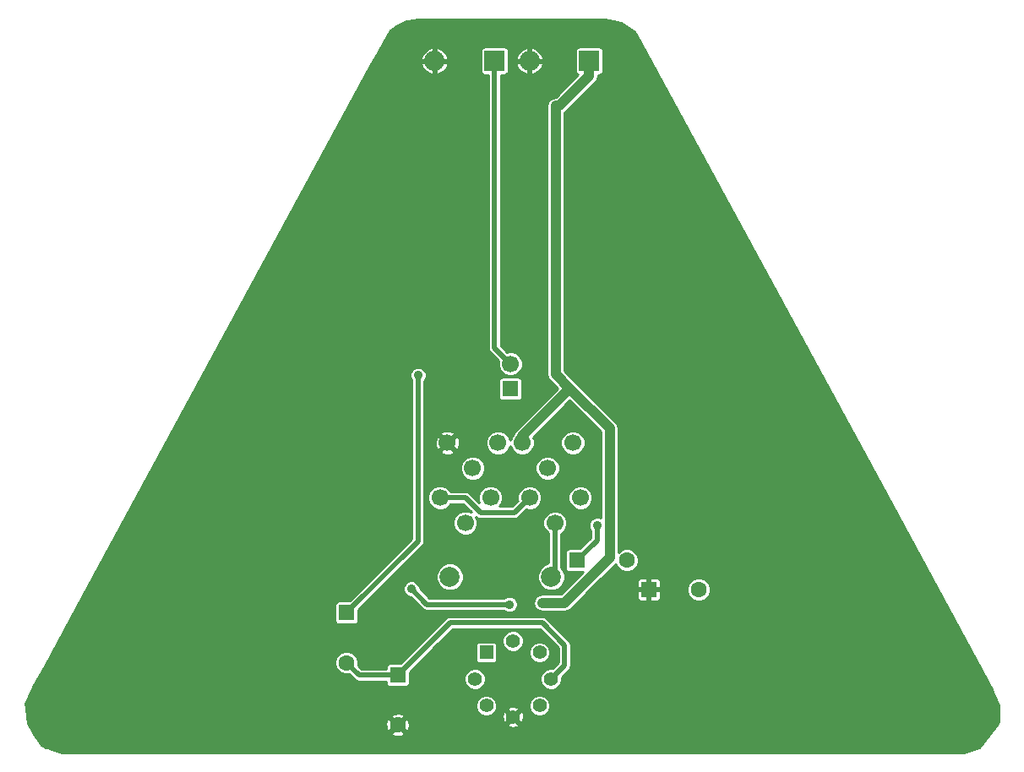
<source format=gbl>
G04 #@! TF.FileFunction,Copper,L2,Bot,Signal*
%FSLAX46Y46*%
G04 Gerber Fmt 4.6, Leading zero omitted, Abs format (unit mm)*
G04 Created by KiCad (PCBNEW (2015-11-24 BZR 6329)-product) date Sat 12 Dec 2015 04:54:08 PM EST*
%MOMM*%
G01*
G04 APERTURE LIST*
%ADD10C,0.100000*%
%ADD11R,2.032000X2.032000*%
%ADD12O,2.032000X2.032000*%
%ADD13R,1.600000X1.600000*%
%ADD14C,1.600000*%
%ADD15C,1.700000*%
%ADD16C,1.998980*%
%ADD17R,1.397000X1.397000*%
%ADD18C,1.397000*%
%ADD19C,0.889000*%
%ADD20C,0.500000*%
%ADD21C,1.000000*%
%ADD22C,0.254000*%
G04 APERTURE END LIST*
D10*
D11*
X113500000Y-48000000D03*
D12*
X107500000Y-48000000D03*
D11*
X123000000Y-48000000D03*
D12*
X117000000Y-48000000D03*
D13*
X128970000Y-100980000D03*
D14*
X133970000Y-100980000D03*
D13*
X121760000Y-98070000D03*
D14*
X126760000Y-98070000D03*
D13*
X103790000Y-109570000D03*
D14*
X103790000Y-114570000D03*
D13*
X98680000Y-103320000D03*
D14*
X98680000Y-108320000D03*
D13*
X115090000Y-80870000D03*
D15*
X115090000Y-78370000D03*
D16*
X119182500Y-99707500D03*
X109022500Y-99707500D03*
D17*
X112685500Y-107290500D03*
D18*
X111542500Y-109957500D03*
X112685500Y-112624500D03*
X115352500Y-113767500D03*
X118019500Y-112624500D03*
X119162500Y-109957500D03*
X118019500Y-107290500D03*
X115352500Y-106147500D03*
D15*
X119562500Y-94322500D03*
X117022500Y-91782500D03*
X122102500Y-91782500D03*
X110562500Y-94322500D03*
X108022500Y-91782500D03*
X113102500Y-91782500D03*
X118812500Y-88822500D03*
X116272500Y-86282500D03*
X121352500Y-86282500D03*
X111312500Y-88822500D03*
X108772500Y-86282500D03*
X113852500Y-86282500D03*
D19*
X123770000Y-94550000D03*
X105840000Y-79520000D03*
X121040000Y-80820000D03*
X118290000Y-102320000D03*
X115000000Y-102480000D03*
X105170000Y-100920000D03*
D20*
X123770000Y-96060000D02*
X121760000Y-98070000D01*
X123770000Y-94550000D02*
X123770000Y-96060000D01*
X98680000Y-108320000D02*
X99930000Y-109570000D01*
X99930000Y-109570000D02*
X103790000Y-109570000D01*
X119182500Y-99707500D02*
X119562500Y-99327500D01*
X119562500Y-99327500D02*
X119562500Y-94322500D01*
X103790000Y-109570000D02*
X109040000Y-104320000D01*
X120540000Y-108580000D02*
X119162500Y-109957500D01*
X120540000Y-106570000D02*
X120540000Y-108580000D01*
X118290000Y-104320000D02*
X120540000Y-106570000D01*
X109040000Y-104320000D02*
X118290000Y-104320000D01*
X105840000Y-96160000D02*
X98680000Y-103320000D01*
X105840000Y-79520000D02*
X105840000Y-96160000D01*
X110602500Y-91782500D02*
X112102500Y-93282500D01*
X112102500Y-93282500D02*
X115522500Y-93282500D01*
X115522500Y-93282500D02*
X117022500Y-91782500D01*
X108022500Y-91782500D02*
X110602500Y-91782500D01*
X113490000Y-48010000D02*
X113490000Y-52500000D01*
X113490000Y-76770000D02*
X113490000Y-52500000D01*
X113490000Y-76770000D02*
X115090000Y-78370000D01*
X113490000Y-48010000D02*
X113500000Y-48000000D01*
D21*
X119630000Y-52500000D02*
X120000000Y-52500000D01*
X119630000Y-79410000D02*
X119630000Y-52500000D01*
X121040000Y-80820000D02*
X119630000Y-79410000D01*
X123000000Y-49500000D02*
X123000000Y-48000000D01*
X120000000Y-52500000D02*
X123000000Y-49500000D01*
X125040000Y-84820000D02*
X121040000Y-80820000D01*
X125040000Y-97820000D02*
X125040000Y-84820000D01*
X120540000Y-102320000D02*
X125040000Y-97820000D01*
X118290000Y-102320000D02*
X120540000Y-102320000D01*
X121040000Y-80820000D02*
X116272500Y-85587500D01*
D20*
X116272500Y-85587500D02*
X116272500Y-86282500D01*
X106730000Y-102480000D02*
X115000000Y-102480000D01*
X105170000Y-100920000D02*
X106730000Y-102480000D01*
D22*
G36*
X124595916Y-43847718D02*
X126195641Y-44165924D01*
X127484591Y-45027173D01*
X127611663Y-45208651D01*
X152191990Y-90356189D01*
X163373904Y-111024107D01*
X163382665Y-111066991D01*
X164024512Y-112594187D01*
X164031981Y-114040252D01*
X164009215Y-114222374D01*
X163892285Y-114508845D01*
X162034260Y-116831377D01*
X160589390Y-117313000D01*
X70130610Y-117313000D01*
X68650161Y-116819517D01*
X68600122Y-116813385D01*
X68551640Y-116827203D01*
X68523773Y-116849612D01*
X68055886Y-116602966D01*
X67357353Y-115438744D01*
X103100861Y-115438744D01*
X103188918Y-115613383D01*
X103633959Y-115763984D01*
X104102755Y-115732812D01*
X104391082Y-115613383D01*
X104479139Y-115438744D01*
X103790000Y-114749605D01*
X103100861Y-115438744D01*
X67357353Y-115438744D01*
X66742482Y-114413959D01*
X102596016Y-114413959D01*
X102627188Y-114882755D01*
X102746617Y-115171082D01*
X102921256Y-115259139D01*
X103610395Y-114570000D01*
X103969605Y-114570000D01*
X104658744Y-115259139D01*
X104833383Y-115171082D01*
X104983984Y-114726041D01*
X104973112Y-114562533D01*
X114737072Y-114562533D01*
X114812621Y-114726645D01*
X115220766Y-114860237D01*
X115648966Y-114827470D01*
X115892379Y-114726645D01*
X115967928Y-114562533D01*
X115352500Y-113947105D01*
X114737072Y-114562533D01*
X104973112Y-114562533D01*
X104952812Y-114257245D01*
X104833383Y-113968918D01*
X104658744Y-113880861D01*
X103969605Y-114570000D01*
X103610395Y-114570000D01*
X102921256Y-113880861D01*
X102746617Y-113968918D01*
X102596016Y-114413959D01*
X66742482Y-114413959D01*
X66733162Y-114398426D01*
X66655699Y-113701256D01*
X103100861Y-113701256D01*
X103790000Y-114390395D01*
X104479139Y-113701256D01*
X104391082Y-113526617D01*
X103946041Y-113376016D01*
X103477245Y-113407188D01*
X103188918Y-113526617D01*
X103100861Y-113701256D01*
X66655699Y-113701256D01*
X66559813Y-112838284D01*
X111605813Y-112838284D01*
X111769811Y-113235189D01*
X112073214Y-113539122D01*
X112469832Y-113703813D01*
X112899284Y-113704187D01*
X113064875Y-113635766D01*
X114259763Y-113635766D01*
X114292530Y-114063966D01*
X114393355Y-114307379D01*
X114557467Y-114382928D01*
X115172895Y-113767500D01*
X115532105Y-113767500D01*
X116147533Y-114382928D01*
X116311645Y-114307379D01*
X116445237Y-113899234D01*
X116412470Y-113471034D01*
X116311645Y-113227621D01*
X116147533Y-113152072D01*
X115532105Y-113767500D01*
X115172895Y-113767500D01*
X114557467Y-113152072D01*
X114393355Y-113227621D01*
X114259763Y-113635766D01*
X113064875Y-113635766D01*
X113296189Y-113540189D01*
X113600122Y-113236786D01*
X113709877Y-112972467D01*
X114737072Y-112972467D01*
X115352500Y-113587895D01*
X115967928Y-112972467D01*
X115906157Y-112838284D01*
X116939813Y-112838284D01*
X117103811Y-113235189D01*
X117407214Y-113539122D01*
X117803832Y-113703813D01*
X118233284Y-113704187D01*
X118630189Y-113540189D01*
X118934122Y-113236786D01*
X119098813Y-112840168D01*
X119099187Y-112410716D01*
X118935189Y-112013811D01*
X118631786Y-111709878D01*
X118235168Y-111545187D01*
X117805716Y-111544813D01*
X117408811Y-111708811D01*
X117104878Y-112012214D01*
X116940187Y-112408832D01*
X116939813Y-112838284D01*
X115906157Y-112838284D01*
X115892379Y-112808355D01*
X115484234Y-112674763D01*
X115056034Y-112707530D01*
X114812621Y-112808355D01*
X114737072Y-112972467D01*
X113709877Y-112972467D01*
X113764813Y-112840168D01*
X113765187Y-112410716D01*
X113601189Y-112013811D01*
X113297786Y-111709878D01*
X112901168Y-111545187D01*
X112471716Y-111544813D01*
X112074811Y-111708811D01*
X111770878Y-112012214D01*
X111606187Y-112408832D01*
X111605813Y-112838284D01*
X66559813Y-112838284D01*
X66518591Y-112467294D01*
X66541628Y-112218775D01*
X66897038Y-111466762D01*
X67049993Y-111184947D01*
X67054192Y-111179877D01*
X67373328Y-110589213D01*
X68478003Y-108553885D01*
X97498796Y-108553885D01*
X97678213Y-108988109D01*
X98010144Y-109320619D01*
X98444054Y-109500794D01*
X98913885Y-109501204D01*
X98952769Y-109485137D01*
X99483816Y-110016184D01*
X99688527Y-110152968D01*
X99930000Y-110201000D01*
X102601536Y-110201000D01*
X102601536Y-110370000D01*
X102628103Y-110511190D01*
X102711546Y-110640865D01*
X102838866Y-110727859D01*
X102990000Y-110758464D01*
X104590000Y-110758464D01*
X104731190Y-110731897D01*
X104860865Y-110648454D01*
X104947859Y-110521134D01*
X104978464Y-110370000D01*
X104978464Y-110171284D01*
X110462813Y-110171284D01*
X110626811Y-110568189D01*
X110930214Y-110872122D01*
X111326832Y-111036813D01*
X111756284Y-111037187D01*
X112153189Y-110873189D01*
X112457122Y-110569786D01*
X112621813Y-110173168D01*
X112622187Y-109743716D01*
X112458189Y-109346811D01*
X112154786Y-109042878D01*
X111758168Y-108878187D01*
X111328716Y-108877813D01*
X110931811Y-109041811D01*
X110627878Y-109345214D01*
X110463187Y-109741832D01*
X110462813Y-110171284D01*
X104978464Y-110171284D01*
X104978464Y-109273904D01*
X107660368Y-106592000D01*
X111598536Y-106592000D01*
X111598536Y-107989000D01*
X111625103Y-108130190D01*
X111708546Y-108259865D01*
X111835866Y-108346859D01*
X111987000Y-108377464D01*
X113384000Y-108377464D01*
X113525190Y-108350897D01*
X113654865Y-108267454D01*
X113741859Y-108140134D01*
X113772464Y-107989000D01*
X113772464Y-107504284D01*
X116939813Y-107504284D01*
X117103811Y-107901189D01*
X117407214Y-108205122D01*
X117803832Y-108369813D01*
X118233284Y-108370187D01*
X118630189Y-108206189D01*
X118934122Y-107902786D01*
X119098813Y-107506168D01*
X119099187Y-107076716D01*
X118935189Y-106679811D01*
X118631786Y-106375878D01*
X118235168Y-106211187D01*
X117805716Y-106210813D01*
X117408811Y-106374811D01*
X117104878Y-106678214D01*
X116940187Y-107074832D01*
X116939813Y-107504284D01*
X113772464Y-107504284D01*
X113772464Y-106592000D01*
X113745897Y-106450810D01*
X113688289Y-106361284D01*
X114272813Y-106361284D01*
X114436811Y-106758189D01*
X114740214Y-107062122D01*
X115136832Y-107226813D01*
X115566284Y-107227187D01*
X115963189Y-107063189D01*
X116267122Y-106759786D01*
X116431813Y-106363168D01*
X116432187Y-105933716D01*
X116268189Y-105536811D01*
X115964786Y-105232878D01*
X115568168Y-105068187D01*
X115138716Y-105067813D01*
X114741811Y-105231811D01*
X114437878Y-105535214D01*
X114273187Y-105931832D01*
X114272813Y-106361284D01*
X113688289Y-106361284D01*
X113662454Y-106321135D01*
X113535134Y-106234141D01*
X113384000Y-106203536D01*
X111987000Y-106203536D01*
X111845810Y-106230103D01*
X111716135Y-106313546D01*
X111629141Y-106440866D01*
X111598536Y-106592000D01*
X107660368Y-106592000D01*
X109301369Y-104951000D01*
X118028632Y-104951000D01*
X119909000Y-106831369D01*
X119909000Y-108318631D01*
X119349470Y-108878162D01*
X118948716Y-108877813D01*
X118551811Y-109041811D01*
X118247878Y-109345214D01*
X118083187Y-109741832D01*
X118082813Y-110171284D01*
X118246811Y-110568189D01*
X118550214Y-110872122D01*
X118946832Y-111036813D01*
X119376284Y-111037187D01*
X119773189Y-110873189D01*
X120077122Y-110569786D01*
X120241813Y-110173168D01*
X120242164Y-109770205D01*
X120986184Y-109026185D01*
X121122968Y-108821474D01*
X121133966Y-108766184D01*
X121171000Y-108580000D01*
X121171000Y-106570000D01*
X121122968Y-106328527D01*
X121112958Y-106313546D01*
X120986185Y-106123816D01*
X118736184Y-103873816D01*
X118531473Y-103737032D01*
X118290000Y-103689000D01*
X109040000Y-103689000D01*
X108838589Y-103729063D01*
X108798526Y-103737032D01*
X108593815Y-103873816D01*
X104086096Y-108381536D01*
X102990000Y-108381536D01*
X102848810Y-108408103D01*
X102719135Y-108491546D01*
X102632141Y-108618866D01*
X102601536Y-108770000D01*
X102601536Y-108939000D01*
X100191368Y-108939000D01*
X99845396Y-108593028D01*
X99860794Y-108555946D01*
X99861204Y-108086115D01*
X99681787Y-107651891D01*
X99349856Y-107319381D01*
X98915946Y-107139206D01*
X98446115Y-107138796D01*
X98011891Y-107318213D01*
X97679381Y-107650144D01*
X97499206Y-108084054D01*
X97498796Y-108553885D01*
X68478003Y-108553885D01*
X71752900Y-102520000D01*
X97491536Y-102520000D01*
X97491536Y-104120000D01*
X97518103Y-104261190D01*
X97601546Y-104390865D01*
X97728866Y-104477859D01*
X97880000Y-104508464D01*
X99480000Y-104508464D01*
X99621190Y-104481897D01*
X99750865Y-104398454D01*
X99837859Y-104271134D01*
X99868464Y-104120000D01*
X99868464Y-103023904D01*
X101808886Y-101083482D01*
X104344357Y-101083482D01*
X104469767Y-101386998D01*
X104701781Y-101619417D01*
X105005077Y-101745357D01*
X105103074Y-101745442D01*
X106283816Y-102926184D01*
X106488526Y-103062968D01*
X106528589Y-103070937D01*
X106730000Y-103111000D01*
X114463483Y-103111000D01*
X114531781Y-103179417D01*
X114835077Y-103305357D01*
X115163482Y-103305643D01*
X115466998Y-103180233D01*
X115699417Y-102948219D01*
X115825357Y-102644923D01*
X115825643Y-102316518D01*
X115700233Y-102013002D01*
X115468219Y-101780583D01*
X115164923Y-101654643D01*
X114836518Y-101654357D01*
X114533002Y-101779767D01*
X114463648Y-101849000D01*
X106991368Y-101849000D01*
X105995559Y-100853191D01*
X105995643Y-100756518D01*
X105870233Y-100453002D01*
X105638219Y-100220583D01*
X105334923Y-100094643D01*
X105006518Y-100094357D01*
X104703002Y-100219767D01*
X104470583Y-100451781D01*
X104344643Y-100755077D01*
X104344357Y-101083482D01*
X101808886Y-101083482D01*
X102911476Y-99980892D01*
X107641771Y-99980892D01*
X107851495Y-100488463D01*
X108239494Y-100877140D01*
X108746699Y-101087749D01*
X109295892Y-101088229D01*
X109803463Y-100878505D01*
X110192140Y-100490506D01*
X110402749Y-99983301D01*
X110402751Y-99980892D01*
X117801771Y-99980892D01*
X118011495Y-100488463D01*
X118399494Y-100877140D01*
X118906699Y-101087749D01*
X119455892Y-101088229D01*
X119963463Y-100878505D01*
X120352140Y-100490506D01*
X120562749Y-99983301D01*
X120563229Y-99434108D01*
X120353505Y-98926537D01*
X120193500Y-98766252D01*
X120193500Y-95393721D01*
X120258895Y-95366700D01*
X120605483Y-95020716D01*
X120793286Y-94568435D01*
X120793713Y-94078713D01*
X120606700Y-93626105D01*
X120260716Y-93279517D01*
X119808435Y-93091714D01*
X119318713Y-93091287D01*
X118866105Y-93278300D01*
X118519517Y-93624284D01*
X118331714Y-94076565D01*
X118331287Y-94566287D01*
X118518300Y-95018895D01*
X118864284Y-95365483D01*
X118931500Y-95393393D01*
X118931500Y-98326791D01*
X118909108Y-98326771D01*
X118401537Y-98536495D01*
X118012860Y-98924494D01*
X117802251Y-99431699D01*
X117801771Y-99980892D01*
X110402751Y-99980892D01*
X110403229Y-99434108D01*
X110193505Y-98926537D01*
X109805506Y-98537860D01*
X109298301Y-98327251D01*
X108749108Y-98326771D01*
X108241537Y-98536495D01*
X107852860Y-98924494D01*
X107642251Y-99431699D01*
X107641771Y-99980892D01*
X102911476Y-99980892D01*
X106286184Y-96606184D01*
X106422968Y-96401474D01*
X106442859Y-96301473D01*
X106471000Y-96160000D01*
X106471000Y-92026287D01*
X106791287Y-92026287D01*
X106978300Y-92478895D01*
X107324284Y-92825483D01*
X107776565Y-93013286D01*
X108266287Y-93013713D01*
X108718895Y-92826700D01*
X109065483Y-92480716D01*
X109093393Y-92413500D01*
X110341132Y-92413500D01*
X111169110Y-93241479D01*
X110808435Y-93091714D01*
X110318713Y-93091287D01*
X109866105Y-93278300D01*
X109519517Y-93624284D01*
X109331714Y-94076565D01*
X109331287Y-94566287D01*
X109518300Y-95018895D01*
X109864284Y-95365483D01*
X110316565Y-95553286D01*
X110806287Y-95553713D01*
X111258895Y-95366700D01*
X111605483Y-95020716D01*
X111793286Y-94568435D01*
X111793713Y-94078713D01*
X111643993Y-93716362D01*
X111656315Y-93728684D01*
X111861026Y-93865468D01*
X111901089Y-93873437D01*
X112102500Y-93913500D01*
X115522500Y-93913500D01*
X115763973Y-93865468D01*
X115968684Y-93728684D01*
X116711217Y-92986151D01*
X116776565Y-93013286D01*
X117266287Y-93013713D01*
X117718895Y-92826700D01*
X118065483Y-92480716D01*
X118253286Y-92028435D01*
X118253287Y-92026287D01*
X120871287Y-92026287D01*
X121058300Y-92478895D01*
X121404284Y-92825483D01*
X121856565Y-93013286D01*
X122346287Y-93013713D01*
X122798895Y-92826700D01*
X123145483Y-92480716D01*
X123333286Y-92028435D01*
X123333713Y-91538713D01*
X123146700Y-91086105D01*
X122800716Y-90739517D01*
X122348435Y-90551714D01*
X121858713Y-90551287D01*
X121406105Y-90738300D01*
X121059517Y-91084284D01*
X120871714Y-91536565D01*
X120871287Y-92026287D01*
X118253287Y-92026287D01*
X118253713Y-91538713D01*
X118066700Y-91086105D01*
X117720716Y-90739517D01*
X117268435Y-90551714D01*
X116778713Y-90551287D01*
X116326105Y-90738300D01*
X115979517Y-91084284D01*
X115791714Y-91536565D01*
X115791287Y-92026287D01*
X115819080Y-92093552D01*
X115261132Y-92651500D01*
X113974401Y-92651500D01*
X114145483Y-92480716D01*
X114333286Y-92028435D01*
X114333713Y-91538713D01*
X114146700Y-91086105D01*
X113800716Y-90739517D01*
X113348435Y-90551714D01*
X112858713Y-90551287D01*
X112406105Y-90738300D01*
X112059517Y-91084284D01*
X111871714Y-91536565D01*
X111871287Y-92026287D01*
X111964677Y-92252308D01*
X111048684Y-91336316D01*
X110843973Y-91199532D01*
X110602500Y-91151500D01*
X109093721Y-91151500D01*
X109066700Y-91086105D01*
X108720716Y-90739517D01*
X108268435Y-90551714D01*
X107778713Y-90551287D01*
X107326105Y-90738300D01*
X106979517Y-91084284D01*
X106791714Y-91536565D01*
X106791287Y-92026287D01*
X106471000Y-92026287D01*
X106471000Y-89066287D01*
X110081287Y-89066287D01*
X110268300Y-89518895D01*
X110614284Y-89865483D01*
X111066565Y-90053286D01*
X111556287Y-90053713D01*
X112008895Y-89866700D01*
X112355483Y-89520716D01*
X112543286Y-89068435D01*
X112543287Y-89066287D01*
X117581287Y-89066287D01*
X117768300Y-89518895D01*
X118114284Y-89865483D01*
X118566565Y-90053286D01*
X119056287Y-90053713D01*
X119508895Y-89866700D01*
X119855483Y-89520716D01*
X120043286Y-89068435D01*
X120043713Y-88578713D01*
X119856700Y-88126105D01*
X119510716Y-87779517D01*
X119058435Y-87591714D01*
X118568713Y-87591287D01*
X118116105Y-87778300D01*
X117769517Y-88124284D01*
X117581714Y-88576565D01*
X117581287Y-89066287D01*
X112543287Y-89066287D01*
X112543713Y-88578713D01*
X112356700Y-88126105D01*
X112010716Y-87779517D01*
X111558435Y-87591714D01*
X111068713Y-87591287D01*
X110616105Y-87778300D01*
X110269517Y-88124284D01*
X110081714Y-88576565D01*
X110081287Y-89066287D01*
X106471000Y-89066287D01*
X106471000Y-87187521D01*
X108047084Y-87187521D01*
X108141292Y-87367348D01*
X108604493Y-87526322D01*
X109093272Y-87495935D01*
X109403708Y-87367348D01*
X109497916Y-87187521D01*
X108772500Y-86462105D01*
X108047084Y-87187521D01*
X106471000Y-87187521D01*
X106471000Y-86114493D01*
X107528678Y-86114493D01*
X107559065Y-86603272D01*
X107687652Y-86913708D01*
X107867479Y-87007916D01*
X108592895Y-86282500D01*
X108952105Y-86282500D01*
X109677521Y-87007916D01*
X109857348Y-86913708D01*
X109990313Y-86526287D01*
X112621287Y-86526287D01*
X112808300Y-86978895D01*
X113154284Y-87325483D01*
X113606565Y-87513286D01*
X114096287Y-87513713D01*
X114548895Y-87326700D01*
X114895483Y-86980716D01*
X115062680Y-86578061D01*
X115228300Y-86978895D01*
X115574284Y-87325483D01*
X116026565Y-87513286D01*
X116516287Y-87513713D01*
X116968895Y-87326700D01*
X117315483Y-86980716D01*
X117503286Y-86528435D01*
X117503287Y-86526287D01*
X120121287Y-86526287D01*
X120308300Y-86978895D01*
X120654284Y-87325483D01*
X121106565Y-87513286D01*
X121596287Y-87513713D01*
X122048895Y-87326700D01*
X122395483Y-86980716D01*
X122583286Y-86528435D01*
X122583713Y-86038713D01*
X122396700Y-85586105D01*
X122050716Y-85239517D01*
X121598435Y-85051714D01*
X121108713Y-85051287D01*
X120656105Y-85238300D01*
X120309517Y-85584284D01*
X120121714Y-86036565D01*
X120121287Y-86526287D01*
X117503287Y-86526287D01*
X117503713Y-86038713D01*
X117376088Y-85729834D01*
X121040000Y-82065922D01*
X124159000Y-85184922D01*
X124159000Y-93817688D01*
X123934923Y-93724643D01*
X123606518Y-93724357D01*
X123303002Y-93849767D01*
X123070583Y-94081781D01*
X122944643Y-94385077D01*
X122944357Y-94713482D01*
X123069767Y-95016998D01*
X123139000Y-95086352D01*
X123139000Y-95798631D01*
X122056096Y-96881536D01*
X120960000Y-96881536D01*
X120818810Y-96908103D01*
X120689135Y-96991546D01*
X120602141Y-97118866D01*
X120571536Y-97270000D01*
X120571536Y-98870000D01*
X120598103Y-99011190D01*
X120681546Y-99140865D01*
X120808866Y-99227859D01*
X120960000Y-99258464D01*
X122355614Y-99258464D01*
X120175078Y-101439000D01*
X118290000Y-101439000D01*
X117952856Y-101506062D01*
X117667039Y-101697039D01*
X117476062Y-101982856D01*
X117409000Y-102320000D01*
X117476062Y-102657144D01*
X117667039Y-102942961D01*
X117952856Y-103133938D01*
X118290000Y-103201000D01*
X120540000Y-103201000D01*
X120877144Y-103133938D01*
X121162961Y-102942961D01*
X122903672Y-101202250D01*
X127789000Y-101202250D01*
X127789000Y-101855785D01*
X127847004Y-101995819D01*
X127954180Y-102102996D01*
X128094214Y-102161000D01*
X128747750Y-102161000D01*
X128843000Y-102065750D01*
X128843000Y-101107000D01*
X129097000Y-101107000D01*
X129097000Y-102065750D01*
X129192250Y-102161000D01*
X129845786Y-102161000D01*
X129985820Y-102102996D01*
X130092996Y-101995819D01*
X130151000Y-101855785D01*
X130151000Y-101213885D01*
X132788796Y-101213885D01*
X132968213Y-101648109D01*
X133300144Y-101980619D01*
X133734054Y-102160794D01*
X134203885Y-102161204D01*
X134638109Y-101981787D01*
X134970619Y-101649856D01*
X135150794Y-101215946D01*
X135151204Y-100746115D01*
X134971787Y-100311891D01*
X134639856Y-99979381D01*
X134205946Y-99799206D01*
X133736115Y-99798796D01*
X133301891Y-99978213D01*
X132969381Y-100310144D01*
X132789206Y-100744054D01*
X132788796Y-101213885D01*
X130151000Y-101213885D01*
X130151000Y-101202250D01*
X130055750Y-101107000D01*
X129097000Y-101107000D01*
X128843000Y-101107000D01*
X127884250Y-101107000D01*
X127789000Y-101202250D01*
X122903672Y-101202250D01*
X124001707Y-100104215D01*
X127789000Y-100104215D01*
X127789000Y-100757750D01*
X127884250Y-100853000D01*
X128843000Y-100853000D01*
X128843000Y-99894250D01*
X129097000Y-99894250D01*
X129097000Y-100853000D01*
X130055750Y-100853000D01*
X130151000Y-100757750D01*
X130151000Y-100104215D01*
X130092996Y-99964181D01*
X129985820Y-99857004D01*
X129845786Y-99799000D01*
X129192250Y-99799000D01*
X129097000Y-99894250D01*
X128843000Y-99894250D01*
X128747750Y-99799000D01*
X128094214Y-99799000D01*
X127954180Y-99857004D01*
X127847004Y-99964181D01*
X127789000Y-100104215D01*
X124001707Y-100104215D01*
X125644067Y-98461855D01*
X125758213Y-98738109D01*
X126090144Y-99070619D01*
X126524054Y-99250794D01*
X126993885Y-99251204D01*
X127428109Y-99071787D01*
X127760619Y-98739856D01*
X127940794Y-98305946D01*
X127941204Y-97836115D01*
X127761787Y-97401891D01*
X127429856Y-97069381D01*
X126995946Y-96889206D01*
X126526115Y-96888796D01*
X126091891Y-97068213D01*
X125921000Y-97238806D01*
X125921000Y-84820000D01*
X125853938Y-84482856D01*
X125662961Y-84197039D01*
X120511000Y-79045078D01*
X120511000Y-53197771D01*
X120622961Y-53122961D01*
X123622961Y-50122961D01*
X123813938Y-49837144D01*
X123881000Y-49500000D01*
X123881000Y-49404464D01*
X124016000Y-49404464D01*
X124157190Y-49377897D01*
X124286865Y-49294454D01*
X124373859Y-49167134D01*
X124404464Y-49016000D01*
X124404464Y-46984000D01*
X124377897Y-46842810D01*
X124294454Y-46713135D01*
X124167134Y-46626141D01*
X124016000Y-46595536D01*
X121984000Y-46595536D01*
X121842810Y-46622103D01*
X121713135Y-46705546D01*
X121626141Y-46832866D01*
X121595536Y-46984000D01*
X121595536Y-49016000D01*
X121622103Y-49157190D01*
X121705546Y-49286865D01*
X121832866Y-49373859D01*
X121872245Y-49381833D01*
X119635078Y-51619000D01*
X119630000Y-51619000D01*
X119292856Y-51686062D01*
X119007039Y-51877039D01*
X118816062Y-52162856D01*
X118749000Y-52500000D01*
X118749000Y-79410000D01*
X118816062Y-79747144D01*
X119007039Y-80032961D01*
X119794078Y-80820000D01*
X115649539Y-84964539D01*
X115458562Y-85250356D01*
X115432431Y-85381723D01*
X115229517Y-85584284D01*
X115062320Y-85986939D01*
X114896700Y-85586105D01*
X114550716Y-85239517D01*
X114098435Y-85051714D01*
X113608713Y-85051287D01*
X113156105Y-85238300D01*
X112809517Y-85584284D01*
X112621714Y-86036565D01*
X112621287Y-86526287D01*
X109990313Y-86526287D01*
X110016322Y-86450507D01*
X109985935Y-85961728D01*
X109857348Y-85651292D01*
X109677521Y-85557084D01*
X108952105Y-86282500D01*
X108592895Y-86282500D01*
X107867479Y-85557084D01*
X107687652Y-85651292D01*
X107528678Y-86114493D01*
X106471000Y-86114493D01*
X106471000Y-85377479D01*
X108047084Y-85377479D01*
X108772500Y-86102895D01*
X109497916Y-85377479D01*
X109403708Y-85197652D01*
X108940507Y-85038678D01*
X108451728Y-85069065D01*
X108141292Y-85197652D01*
X108047084Y-85377479D01*
X106471000Y-85377479D01*
X106471000Y-80070000D01*
X113901536Y-80070000D01*
X113901536Y-81670000D01*
X113928103Y-81811190D01*
X114011546Y-81940865D01*
X114138866Y-82027859D01*
X114290000Y-82058464D01*
X115890000Y-82058464D01*
X116031190Y-82031897D01*
X116160865Y-81948454D01*
X116247859Y-81821134D01*
X116278464Y-81670000D01*
X116278464Y-80070000D01*
X116251897Y-79928810D01*
X116168454Y-79799135D01*
X116041134Y-79712141D01*
X115890000Y-79681536D01*
X114290000Y-79681536D01*
X114148810Y-79708103D01*
X114019135Y-79791546D01*
X113932141Y-79918866D01*
X113901536Y-80070000D01*
X106471000Y-80070000D01*
X106471000Y-80056517D01*
X106539417Y-79988219D01*
X106665357Y-79684923D01*
X106665643Y-79356518D01*
X106540233Y-79053002D01*
X106308219Y-78820583D01*
X106004923Y-78694643D01*
X105676518Y-78694357D01*
X105373002Y-78819767D01*
X105140583Y-79051781D01*
X105014643Y-79355077D01*
X105014357Y-79683482D01*
X105139767Y-79986998D01*
X105209000Y-80056352D01*
X105209000Y-95898632D01*
X98976096Y-102131536D01*
X97880000Y-102131536D01*
X97738810Y-102158103D01*
X97609135Y-102241546D01*
X97522141Y-102368866D01*
X97491536Y-102520000D01*
X71752900Y-102520000D01*
X101157479Y-48343070D01*
X106145780Y-48343070D01*
X106299826Y-48714997D01*
X106664801Y-49119858D01*
X107156928Y-49354231D01*
X107373000Y-49295976D01*
X107373000Y-48127000D01*
X107627000Y-48127000D01*
X107627000Y-49295976D01*
X107843072Y-49354231D01*
X108335199Y-49119858D01*
X108700174Y-48714997D01*
X108854220Y-48343070D01*
X108795540Y-48127000D01*
X107627000Y-48127000D01*
X107373000Y-48127000D01*
X106204460Y-48127000D01*
X106145780Y-48343070D01*
X101157479Y-48343070D01*
X101529882Y-47656930D01*
X106145780Y-47656930D01*
X106204460Y-47873000D01*
X107373000Y-47873000D01*
X107373000Y-46704024D01*
X107627000Y-46704024D01*
X107627000Y-47873000D01*
X108795540Y-47873000D01*
X108854220Y-47656930D01*
X108700174Y-47285003D01*
X108428826Y-46984000D01*
X112095536Y-46984000D01*
X112095536Y-49016000D01*
X112122103Y-49157190D01*
X112205546Y-49286865D01*
X112332866Y-49373859D01*
X112484000Y-49404464D01*
X112859000Y-49404464D01*
X112859000Y-76770000D01*
X112907032Y-77011473D01*
X113043816Y-77216184D01*
X113886349Y-78058717D01*
X113859214Y-78124065D01*
X113858787Y-78613787D01*
X114045800Y-79066395D01*
X114391784Y-79412983D01*
X114844065Y-79600786D01*
X115333787Y-79601213D01*
X115786395Y-79414200D01*
X116132983Y-79068216D01*
X116320786Y-78615935D01*
X116321213Y-78126213D01*
X116134200Y-77673605D01*
X115788216Y-77327017D01*
X115335935Y-77139214D01*
X114846213Y-77138787D01*
X114778949Y-77166580D01*
X114121000Y-76508632D01*
X114121000Y-49404464D01*
X114516000Y-49404464D01*
X114657190Y-49377897D01*
X114786865Y-49294454D01*
X114873859Y-49167134D01*
X114904464Y-49016000D01*
X114904464Y-48343070D01*
X115645780Y-48343070D01*
X115799826Y-48714997D01*
X116164801Y-49119858D01*
X116656928Y-49354231D01*
X116873000Y-49295976D01*
X116873000Y-48127000D01*
X117127000Y-48127000D01*
X117127000Y-49295976D01*
X117343072Y-49354231D01*
X117835199Y-49119858D01*
X118200174Y-48714997D01*
X118354220Y-48343070D01*
X118295540Y-48127000D01*
X117127000Y-48127000D01*
X116873000Y-48127000D01*
X115704460Y-48127000D01*
X115645780Y-48343070D01*
X114904464Y-48343070D01*
X114904464Y-47656930D01*
X115645780Y-47656930D01*
X115704460Y-47873000D01*
X116873000Y-47873000D01*
X116873000Y-46704024D01*
X117127000Y-46704024D01*
X117127000Y-47873000D01*
X118295540Y-47873000D01*
X118354220Y-47656930D01*
X118200174Y-47285003D01*
X117835199Y-46880142D01*
X117343072Y-46645769D01*
X117127000Y-46704024D01*
X116873000Y-46704024D01*
X116656928Y-46645769D01*
X116164801Y-46880142D01*
X115799826Y-47285003D01*
X115645780Y-47656930D01*
X114904464Y-47656930D01*
X114904464Y-46984000D01*
X114877897Y-46842810D01*
X114794454Y-46713135D01*
X114667134Y-46626141D01*
X114516000Y-46595536D01*
X112484000Y-46595536D01*
X112342810Y-46622103D01*
X112213135Y-46705546D01*
X112126141Y-46832866D01*
X112095536Y-46984000D01*
X108428826Y-46984000D01*
X108335199Y-46880142D01*
X107843072Y-46645769D01*
X107627000Y-46704024D01*
X107373000Y-46704024D01*
X107156928Y-46645769D01*
X106664801Y-46880142D01*
X106299826Y-47285003D01*
X106145780Y-47656930D01*
X101529882Y-47656930D01*
X102788592Y-45337802D01*
X103071973Y-44951319D01*
X103673868Y-44550056D01*
X104658720Y-44057630D01*
X104778093Y-44017839D01*
X105837707Y-43831000D01*
X124555555Y-43831000D01*
X124595916Y-43847718D01*
X124595916Y-43847718D01*
G37*
X124595916Y-43847718D02*
X126195641Y-44165924D01*
X127484591Y-45027173D01*
X127611663Y-45208651D01*
X152191990Y-90356189D01*
X163373904Y-111024107D01*
X163382665Y-111066991D01*
X164024512Y-112594187D01*
X164031981Y-114040252D01*
X164009215Y-114222374D01*
X163892285Y-114508845D01*
X162034260Y-116831377D01*
X160589390Y-117313000D01*
X70130610Y-117313000D01*
X68650161Y-116819517D01*
X68600122Y-116813385D01*
X68551640Y-116827203D01*
X68523773Y-116849612D01*
X68055886Y-116602966D01*
X67357353Y-115438744D01*
X103100861Y-115438744D01*
X103188918Y-115613383D01*
X103633959Y-115763984D01*
X104102755Y-115732812D01*
X104391082Y-115613383D01*
X104479139Y-115438744D01*
X103790000Y-114749605D01*
X103100861Y-115438744D01*
X67357353Y-115438744D01*
X66742482Y-114413959D01*
X102596016Y-114413959D01*
X102627188Y-114882755D01*
X102746617Y-115171082D01*
X102921256Y-115259139D01*
X103610395Y-114570000D01*
X103969605Y-114570000D01*
X104658744Y-115259139D01*
X104833383Y-115171082D01*
X104983984Y-114726041D01*
X104973112Y-114562533D01*
X114737072Y-114562533D01*
X114812621Y-114726645D01*
X115220766Y-114860237D01*
X115648966Y-114827470D01*
X115892379Y-114726645D01*
X115967928Y-114562533D01*
X115352500Y-113947105D01*
X114737072Y-114562533D01*
X104973112Y-114562533D01*
X104952812Y-114257245D01*
X104833383Y-113968918D01*
X104658744Y-113880861D01*
X103969605Y-114570000D01*
X103610395Y-114570000D01*
X102921256Y-113880861D01*
X102746617Y-113968918D01*
X102596016Y-114413959D01*
X66742482Y-114413959D01*
X66733162Y-114398426D01*
X66655699Y-113701256D01*
X103100861Y-113701256D01*
X103790000Y-114390395D01*
X104479139Y-113701256D01*
X104391082Y-113526617D01*
X103946041Y-113376016D01*
X103477245Y-113407188D01*
X103188918Y-113526617D01*
X103100861Y-113701256D01*
X66655699Y-113701256D01*
X66559813Y-112838284D01*
X111605813Y-112838284D01*
X111769811Y-113235189D01*
X112073214Y-113539122D01*
X112469832Y-113703813D01*
X112899284Y-113704187D01*
X113064875Y-113635766D01*
X114259763Y-113635766D01*
X114292530Y-114063966D01*
X114393355Y-114307379D01*
X114557467Y-114382928D01*
X115172895Y-113767500D01*
X115532105Y-113767500D01*
X116147533Y-114382928D01*
X116311645Y-114307379D01*
X116445237Y-113899234D01*
X116412470Y-113471034D01*
X116311645Y-113227621D01*
X116147533Y-113152072D01*
X115532105Y-113767500D01*
X115172895Y-113767500D01*
X114557467Y-113152072D01*
X114393355Y-113227621D01*
X114259763Y-113635766D01*
X113064875Y-113635766D01*
X113296189Y-113540189D01*
X113600122Y-113236786D01*
X113709877Y-112972467D01*
X114737072Y-112972467D01*
X115352500Y-113587895D01*
X115967928Y-112972467D01*
X115906157Y-112838284D01*
X116939813Y-112838284D01*
X117103811Y-113235189D01*
X117407214Y-113539122D01*
X117803832Y-113703813D01*
X118233284Y-113704187D01*
X118630189Y-113540189D01*
X118934122Y-113236786D01*
X119098813Y-112840168D01*
X119099187Y-112410716D01*
X118935189Y-112013811D01*
X118631786Y-111709878D01*
X118235168Y-111545187D01*
X117805716Y-111544813D01*
X117408811Y-111708811D01*
X117104878Y-112012214D01*
X116940187Y-112408832D01*
X116939813Y-112838284D01*
X115906157Y-112838284D01*
X115892379Y-112808355D01*
X115484234Y-112674763D01*
X115056034Y-112707530D01*
X114812621Y-112808355D01*
X114737072Y-112972467D01*
X113709877Y-112972467D01*
X113764813Y-112840168D01*
X113765187Y-112410716D01*
X113601189Y-112013811D01*
X113297786Y-111709878D01*
X112901168Y-111545187D01*
X112471716Y-111544813D01*
X112074811Y-111708811D01*
X111770878Y-112012214D01*
X111606187Y-112408832D01*
X111605813Y-112838284D01*
X66559813Y-112838284D01*
X66518591Y-112467294D01*
X66541628Y-112218775D01*
X66897038Y-111466762D01*
X67049993Y-111184947D01*
X67054192Y-111179877D01*
X67373328Y-110589213D01*
X68478003Y-108553885D01*
X97498796Y-108553885D01*
X97678213Y-108988109D01*
X98010144Y-109320619D01*
X98444054Y-109500794D01*
X98913885Y-109501204D01*
X98952769Y-109485137D01*
X99483816Y-110016184D01*
X99688527Y-110152968D01*
X99930000Y-110201000D01*
X102601536Y-110201000D01*
X102601536Y-110370000D01*
X102628103Y-110511190D01*
X102711546Y-110640865D01*
X102838866Y-110727859D01*
X102990000Y-110758464D01*
X104590000Y-110758464D01*
X104731190Y-110731897D01*
X104860865Y-110648454D01*
X104947859Y-110521134D01*
X104978464Y-110370000D01*
X104978464Y-110171284D01*
X110462813Y-110171284D01*
X110626811Y-110568189D01*
X110930214Y-110872122D01*
X111326832Y-111036813D01*
X111756284Y-111037187D01*
X112153189Y-110873189D01*
X112457122Y-110569786D01*
X112621813Y-110173168D01*
X112622187Y-109743716D01*
X112458189Y-109346811D01*
X112154786Y-109042878D01*
X111758168Y-108878187D01*
X111328716Y-108877813D01*
X110931811Y-109041811D01*
X110627878Y-109345214D01*
X110463187Y-109741832D01*
X110462813Y-110171284D01*
X104978464Y-110171284D01*
X104978464Y-109273904D01*
X107660368Y-106592000D01*
X111598536Y-106592000D01*
X111598536Y-107989000D01*
X111625103Y-108130190D01*
X111708546Y-108259865D01*
X111835866Y-108346859D01*
X111987000Y-108377464D01*
X113384000Y-108377464D01*
X113525190Y-108350897D01*
X113654865Y-108267454D01*
X113741859Y-108140134D01*
X113772464Y-107989000D01*
X113772464Y-107504284D01*
X116939813Y-107504284D01*
X117103811Y-107901189D01*
X117407214Y-108205122D01*
X117803832Y-108369813D01*
X118233284Y-108370187D01*
X118630189Y-108206189D01*
X118934122Y-107902786D01*
X119098813Y-107506168D01*
X119099187Y-107076716D01*
X118935189Y-106679811D01*
X118631786Y-106375878D01*
X118235168Y-106211187D01*
X117805716Y-106210813D01*
X117408811Y-106374811D01*
X117104878Y-106678214D01*
X116940187Y-107074832D01*
X116939813Y-107504284D01*
X113772464Y-107504284D01*
X113772464Y-106592000D01*
X113745897Y-106450810D01*
X113688289Y-106361284D01*
X114272813Y-106361284D01*
X114436811Y-106758189D01*
X114740214Y-107062122D01*
X115136832Y-107226813D01*
X115566284Y-107227187D01*
X115963189Y-107063189D01*
X116267122Y-106759786D01*
X116431813Y-106363168D01*
X116432187Y-105933716D01*
X116268189Y-105536811D01*
X115964786Y-105232878D01*
X115568168Y-105068187D01*
X115138716Y-105067813D01*
X114741811Y-105231811D01*
X114437878Y-105535214D01*
X114273187Y-105931832D01*
X114272813Y-106361284D01*
X113688289Y-106361284D01*
X113662454Y-106321135D01*
X113535134Y-106234141D01*
X113384000Y-106203536D01*
X111987000Y-106203536D01*
X111845810Y-106230103D01*
X111716135Y-106313546D01*
X111629141Y-106440866D01*
X111598536Y-106592000D01*
X107660368Y-106592000D01*
X109301369Y-104951000D01*
X118028632Y-104951000D01*
X119909000Y-106831369D01*
X119909000Y-108318631D01*
X119349470Y-108878162D01*
X118948716Y-108877813D01*
X118551811Y-109041811D01*
X118247878Y-109345214D01*
X118083187Y-109741832D01*
X118082813Y-110171284D01*
X118246811Y-110568189D01*
X118550214Y-110872122D01*
X118946832Y-111036813D01*
X119376284Y-111037187D01*
X119773189Y-110873189D01*
X120077122Y-110569786D01*
X120241813Y-110173168D01*
X120242164Y-109770205D01*
X120986184Y-109026185D01*
X121122968Y-108821474D01*
X121133966Y-108766184D01*
X121171000Y-108580000D01*
X121171000Y-106570000D01*
X121122968Y-106328527D01*
X121112958Y-106313546D01*
X120986185Y-106123816D01*
X118736184Y-103873816D01*
X118531473Y-103737032D01*
X118290000Y-103689000D01*
X109040000Y-103689000D01*
X108838589Y-103729063D01*
X108798526Y-103737032D01*
X108593815Y-103873816D01*
X104086096Y-108381536D01*
X102990000Y-108381536D01*
X102848810Y-108408103D01*
X102719135Y-108491546D01*
X102632141Y-108618866D01*
X102601536Y-108770000D01*
X102601536Y-108939000D01*
X100191368Y-108939000D01*
X99845396Y-108593028D01*
X99860794Y-108555946D01*
X99861204Y-108086115D01*
X99681787Y-107651891D01*
X99349856Y-107319381D01*
X98915946Y-107139206D01*
X98446115Y-107138796D01*
X98011891Y-107318213D01*
X97679381Y-107650144D01*
X97499206Y-108084054D01*
X97498796Y-108553885D01*
X68478003Y-108553885D01*
X71752900Y-102520000D01*
X97491536Y-102520000D01*
X97491536Y-104120000D01*
X97518103Y-104261190D01*
X97601546Y-104390865D01*
X97728866Y-104477859D01*
X97880000Y-104508464D01*
X99480000Y-104508464D01*
X99621190Y-104481897D01*
X99750865Y-104398454D01*
X99837859Y-104271134D01*
X99868464Y-104120000D01*
X99868464Y-103023904D01*
X101808886Y-101083482D01*
X104344357Y-101083482D01*
X104469767Y-101386998D01*
X104701781Y-101619417D01*
X105005077Y-101745357D01*
X105103074Y-101745442D01*
X106283816Y-102926184D01*
X106488526Y-103062968D01*
X106528589Y-103070937D01*
X106730000Y-103111000D01*
X114463483Y-103111000D01*
X114531781Y-103179417D01*
X114835077Y-103305357D01*
X115163482Y-103305643D01*
X115466998Y-103180233D01*
X115699417Y-102948219D01*
X115825357Y-102644923D01*
X115825643Y-102316518D01*
X115700233Y-102013002D01*
X115468219Y-101780583D01*
X115164923Y-101654643D01*
X114836518Y-101654357D01*
X114533002Y-101779767D01*
X114463648Y-101849000D01*
X106991368Y-101849000D01*
X105995559Y-100853191D01*
X105995643Y-100756518D01*
X105870233Y-100453002D01*
X105638219Y-100220583D01*
X105334923Y-100094643D01*
X105006518Y-100094357D01*
X104703002Y-100219767D01*
X104470583Y-100451781D01*
X104344643Y-100755077D01*
X104344357Y-101083482D01*
X101808886Y-101083482D01*
X102911476Y-99980892D01*
X107641771Y-99980892D01*
X107851495Y-100488463D01*
X108239494Y-100877140D01*
X108746699Y-101087749D01*
X109295892Y-101088229D01*
X109803463Y-100878505D01*
X110192140Y-100490506D01*
X110402749Y-99983301D01*
X110402751Y-99980892D01*
X117801771Y-99980892D01*
X118011495Y-100488463D01*
X118399494Y-100877140D01*
X118906699Y-101087749D01*
X119455892Y-101088229D01*
X119963463Y-100878505D01*
X120352140Y-100490506D01*
X120562749Y-99983301D01*
X120563229Y-99434108D01*
X120353505Y-98926537D01*
X120193500Y-98766252D01*
X120193500Y-95393721D01*
X120258895Y-95366700D01*
X120605483Y-95020716D01*
X120793286Y-94568435D01*
X120793713Y-94078713D01*
X120606700Y-93626105D01*
X120260716Y-93279517D01*
X119808435Y-93091714D01*
X119318713Y-93091287D01*
X118866105Y-93278300D01*
X118519517Y-93624284D01*
X118331714Y-94076565D01*
X118331287Y-94566287D01*
X118518300Y-95018895D01*
X118864284Y-95365483D01*
X118931500Y-95393393D01*
X118931500Y-98326791D01*
X118909108Y-98326771D01*
X118401537Y-98536495D01*
X118012860Y-98924494D01*
X117802251Y-99431699D01*
X117801771Y-99980892D01*
X110402751Y-99980892D01*
X110403229Y-99434108D01*
X110193505Y-98926537D01*
X109805506Y-98537860D01*
X109298301Y-98327251D01*
X108749108Y-98326771D01*
X108241537Y-98536495D01*
X107852860Y-98924494D01*
X107642251Y-99431699D01*
X107641771Y-99980892D01*
X102911476Y-99980892D01*
X106286184Y-96606184D01*
X106422968Y-96401474D01*
X106442859Y-96301473D01*
X106471000Y-96160000D01*
X106471000Y-92026287D01*
X106791287Y-92026287D01*
X106978300Y-92478895D01*
X107324284Y-92825483D01*
X107776565Y-93013286D01*
X108266287Y-93013713D01*
X108718895Y-92826700D01*
X109065483Y-92480716D01*
X109093393Y-92413500D01*
X110341132Y-92413500D01*
X111169110Y-93241479D01*
X110808435Y-93091714D01*
X110318713Y-93091287D01*
X109866105Y-93278300D01*
X109519517Y-93624284D01*
X109331714Y-94076565D01*
X109331287Y-94566287D01*
X109518300Y-95018895D01*
X109864284Y-95365483D01*
X110316565Y-95553286D01*
X110806287Y-95553713D01*
X111258895Y-95366700D01*
X111605483Y-95020716D01*
X111793286Y-94568435D01*
X111793713Y-94078713D01*
X111643993Y-93716362D01*
X111656315Y-93728684D01*
X111861026Y-93865468D01*
X111901089Y-93873437D01*
X112102500Y-93913500D01*
X115522500Y-93913500D01*
X115763973Y-93865468D01*
X115968684Y-93728684D01*
X116711217Y-92986151D01*
X116776565Y-93013286D01*
X117266287Y-93013713D01*
X117718895Y-92826700D01*
X118065483Y-92480716D01*
X118253286Y-92028435D01*
X118253287Y-92026287D01*
X120871287Y-92026287D01*
X121058300Y-92478895D01*
X121404284Y-92825483D01*
X121856565Y-93013286D01*
X122346287Y-93013713D01*
X122798895Y-92826700D01*
X123145483Y-92480716D01*
X123333286Y-92028435D01*
X123333713Y-91538713D01*
X123146700Y-91086105D01*
X122800716Y-90739517D01*
X122348435Y-90551714D01*
X121858713Y-90551287D01*
X121406105Y-90738300D01*
X121059517Y-91084284D01*
X120871714Y-91536565D01*
X120871287Y-92026287D01*
X118253287Y-92026287D01*
X118253713Y-91538713D01*
X118066700Y-91086105D01*
X117720716Y-90739517D01*
X117268435Y-90551714D01*
X116778713Y-90551287D01*
X116326105Y-90738300D01*
X115979517Y-91084284D01*
X115791714Y-91536565D01*
X115791287Y-92026287D01*
X115819080Y-92093552D01*
X115261132Y-92651500D01*
X113974401Y-92651500D01*
X114145483Y-92480716D01*
X114333286Y-92028435D01*
X114333713Y-91538713D01*
X114146700Y-91086105D01*
X113800716Y-90739517D01*
X113348435Y-90551714D01*
X112858713Y-90551287D01*
X112406105Y-90738300D01*
X112059517Y-91084284D01*
X111871714Y-91536565D01*
X111871287Y-92026287D01*
X111964677Y-92252308D01*
X111048684Y-91336316D01*
X110843973Y-91199532D01*
X110602500Y-91151500D01*
X109093721Y-91151500D01*
X109066700Y-91086105D01*
X108720716Y-90739517D01*
X108268435Y-90551714D01*
X107778713Y-90551287D01*
X107326105Y-90738300D01*
X106979517Y-91084284D01*
X106791714Y-91536565D01*
X106791287Y-92026287D01*
X106471000Y-92026287D01*
X106471000Y-89066287D01*
X110081287Y-89066287D01*
X110268300Y-89518895D01*
X110614284Y-89865483D01*
X111066565Y-90053286D01*
X111556287Y-90053713D01*
X112008895Y-89866700D01*
X112355483Y-89520716D01*
X112543286Y-89068435D01*
X112543287Y-89066287D01*
X117581287Y-89066287D01*
X117768300Y-89518895D01*
X118114284Y-89865483D01*
X118566565Y-90053286D01*
X119056287Y-90053713D01*
X119508895Y-89866700D01*
X119855483Y-89520716D01*
X120043286Y-89068435D01*
X120043713Y-88578713D01*
X119856700Y-88126105D01*
X119510716Y-87779517D01*
X119058435Y-87591714D01*
X118568713Y-87591287D01*
X118116105Y-87778300D01*
X117769517Y-88124284D01*
X117581714Y-88576565D01*
X117581287Y-89066287D01*
X112543287Y-89066287D01*
X112543713Y-88578713D01*
X112356700Y-88126105D01*
X112010716Y-87779517D01*
X111558435Y-87591714D01*
X111068713Y-87591287D01*
X110616105Y-87778300D01*
X110269517Y-88124284D01*
X110081714Y-88576565D01*
X110081287Y-89066287D01*
X106471000Y-89066287D01*
X106471000Y-87187521D01*
X108047084Y-87187521D01*
X108141292Y-87367348D01*
X108604493Y-87526322D01*
X109093272Y-87495935D01*
X109403708Y-87367348D01*
X109497916Y-87187521D01*
X108772500Y-86462105D01*
X108047084Y-87187521D01*
X106471000Y-87187521D01*
X106471000Y-86114493D01*
X107528678Y-86114493D01*
X107559065Y-86603272D01*
X107687652Y-86913708D01*
X107867479Y-87007916D01*
X108592895Y-86282500D01*
X108952105Y-86282500D01*
X109677521Y-87007916D01*
X109857348Y-86913708D01*
X109990313Y-86526287D01*
X112621287Y-86526287D01*
X112808300Y-86978895D01*
X113154284Y-87325483D01*
X113606565Y-87513286D01*
X114096287Y-87513713D01*
X114548895Y-87326700D01*
X114895483Y-86980716D01*
X115062680Y-86578061D01*
X115228300Y-86978895D01*
X115574284Y-87325483D01*
X116026565Y-87513286D01*
X116516287Y-87513713D01*
X116968895Y-87326700D01*
X117315483Y-86980716D01*
X117503286Y-86528435D01*
X117503287Y-86526287D01*
X120121287Y-86526287D01*
X120308300Y-86978895D01*
X120654284Y-87325483D01*
X121106565Y-87513286D01*
X121596287Y-87513713D01*
X122048895Y-87326700D01*
X122395483Y-86980716D01*
X122583286Y-86528435D01*
X122583713Y-86038713D01*
X122396700Y-85586105D01*
X122050716Y-85239517D01*
X121598435Y-85051714D01*
X121108713Y-85051287D01*
X120656105Y-85238300D01*
X120309517Y-85584284D01*
X120121714Y-86036565D01*
X120121287Y-86526287D01*
X117503287Y-86526287D01*
X117503713Y-86038713D01*
X117376088Y-85729834D01*
X121040000Y-82065922D01*
X124159000Y-85184922D01*
X124159000Y-93817688D01*
X123934923Y-93724643D01*
X123606518Y-93724357D01*
X123303002Y-93849767D01*
X123070583Y-94081781D01*
X122944643Y-94385077D01*
X122944357Y-94713482D01*
X123069767Y-95016998D01*
X123139000Y-95086352D01*
X123139000Y-95798631D01*
X122056096Y-96881536D01*
X120960000Y-96881536D01*
X120818810Y-96908103D01*
X120689135Y-96991546D01*
X120602141Y-97118866D01*
X120571536Y-97270000D01*
X120571536Y-98870000D01*
X120598103Y-99011190D01*
X120681546Y-99140865D01*
X120808866Y-99227859D01*
X120960000Y-99258464D01*
X122355614Y-99258464D01*
X120175078Y-101439000D01*
X118290000Y-101439000D01*
X117952856Y-101506062D01*
X117667039Y-101697039D01*
X117476062Y-101982856D01*
X117409000Y-102320000D01*
X117476062Y-102657144D01*
X117667039Y-102942961D01*
X117952856Y-103133938D01*
X118290000Y-103201000D01*
X120540000Y-103201000D01*
X120877144Y-103133938D01*
X121162961Y-102942961D01*
X122903672Y-101202250D01*
X127789000Y-101202250D01*
X127789000Y-101855785D01*
X127847004Y-101995819D01*
X127954180Y-102102996D01*
X128094214Y-102161000D01*
X128747750Y-102161000D01*
X128843000Y-102065750D01*
X128843000Y-101107000D01*
X129097000Y-101107000D01*
X129097000Y-102065750D01*
X129192250Y-102161000D01*
X129845786Y-102161000D01*
X129985820Y-102102996D01*
X130092996Y-101995819D01*
X130151000Y-101855785D01*
X130151000Y-101213885D01*
X132788796Y-101213885D01*
X132968213Y-101648109D01*
X133300144Y-101980619D01*
X133734054Y-102160794D01*
X134203885Y-102161204D01*
X134638109Y-101981787D01*
X134970619Y-101649856D01*
X135150794Y-101215946D01*
X135151204Y-100746115D01*
X134971787Y-100311891D01*
X134639856Y-99979381D01*
X134205946Y-99799206D01*
X133736115Y-99798796D01*
X133301891Y-99978213D01*
X132969381Y-100310144D01*
X132789206Y-100744054D01*
X132788796Y-101213885D01*
X130151000Y-101213885D01*
X130151000Y-101202250D01*
X130055750Y-101107000D01*
X129097000Y-101107000D01*
X128843000Y-101107000D01*
X127884250Y-101107000D01*
X127789000Y-101202250D01*
X122903672Y-101202250D01*
X124001707Y-100104215D01*
X127789000Y-100104215D01*
X127789000Y-100757750D01*
X127884250Y-100853000D01*
X128843000Y-100853000D01*
X128843000Y-99894250D01*
X129097000Y-99894250D01*
X129097000Y-100853000D01*
X130055750Y-100853000D01*
X130151000Y-100757750D01*
X130151000Y-100104215D01*
X130092996Y-99964181D01*
X129985820Y-99857004D01*
X129845786Y-99799000D01*
X129192250Y-99799000D01*
X129097000Y-99894250D01*
X128843000Y-99894250D01*
X128747750Y-99799000D01*
X128094214Y-99799000D01*
X127954180Y-99857004D01*
X127847004Y-99964181D01*
X127789000Y-100104215D01*
X124001707Y-100104215D01*
X125644067Y-98461855D01*
X125758213Y-98738109D01*
X126090144Y-99070619D01*
X126524054Y-99250794D01*
X126993885Y-99251204D01*
X127428109Y-99071787D01*
X127760619Y-98739856D01*
X127940794Y-98305946D01*
X127941204Y-97836115D01*
X127761787Y-97401891D01*
X127429856Y-97069381D01*
X126995946Y-96889206D01*
X126526115Y-96888796D01*
X126091891Y-97068213D01*
X125921000Y-97238806D01*
X125921000Y-84820000D01*
X125853938Y-84482856D01*
X125662961Y-84197039D01*
X120511000Y-79045078D01*
X120511000Y-53197771D01*
X120622961Y-53122961D01*
X123622961Y-50122961D01*
X123813938Y-49837144D01*
X123881000Y-49500000D01*
X123881000Y-49404464D01*
X124016000Y-49404464D01*
X124157190Y-49377897D01*
X124286865Y-49294454D01*
X124373859Y-49167134D01*
X124404464Y-49016000D01*
X124404464Y-46984000D01*
X124377897Y-46842810D01*
X124294454Y-46713135D01*
X124167134Y-46626141D01*
X124016000Y-46595536D01*
X121984000Y-46595536D01*
X121842810Y-46622103D01*
X121713135Y-46705546D01*
X121626141Y-46832866D01*
X121595536Y-46984000D01*
X121595536Y-49016000D01*
X121622103Y-49157190D01*
X121705546Y-49286865D01*
X121832866Y-49373859D01*
X121872245Y-49381833D01*
X119635078Y-51619000D01*
X119630000Y-51619000D01*
X119292856Y-51686062D01*
X119007039Y-51877039D01*
X118816062Y-52162856D01*
X118749000Y-52500000D01*
X118749000Y-79410000D01*
X118816062Y-79747144D01*
X119007039Y-80032961D01*
X119794078Y-80820000D01*
X115649539Y-84964539D01*
X115458562Y-85250356D01*
X115432431Y-85381723D01*
X115229517Y-85584284D01*
X115062320Y-85986939D01*
X114896700Y-85586105D01*
X114550716Y-85239517D01*
X114098435Y-85051714D01*
X113608713Y-85051287D01*
X113156105Y-85238300D01*
X112809517Y-85584284D01*
X112621714Y-86036565D01*
X112621287Y-86526287D01*
X109990313Y-86526287D01*
X110016322Y-86450507D01*
X109985935Y-85961728D01*
X109857348Y-85651292D01*
X109677521Y-85557084D01*
X108952105Y-86282500D01*
X108592895Y-86282500D01*
X107867479Y-85557084D01*
X107687652Y-85651292D01*
X107528678Y-86114493D01*
X106471000Y-86114493D01*
X106471000Y-85377479D01*
X108047084Y-85377479D01*
X108772500Y-86102895D01*
X109497916Y-85377479D01*
X109403708Y-85197652D01*
X108940507Y-85038678D01*
X108451728Y-85069065D01*
X108141292Y-85197652D01*
X108047084Y-85377479D01*
X106471000Y-85377479D01*
X106471000Y-80070000D01*
X113901536Y-80070000D01*
X113901536Y-81670000D01*
X113928103Y-81811190D01*
X114011546Y-81940865D01*
X114138866Y-82027859D01*
X114290000Y-82058464D01*
X115890000Y-82058464D01*
X116031190Y-82031897D01*
X116160865Y-81948454D01*
X116247859Y-81821134D01*
X116278464Y-81670000D01*
X116278464Y-80070000D01*
X116251897Y-79928810D01*
X116168454Y-79799135D01*
X116041134Y-79712141D01*
X115890000Y-79681536D01*
X114290000Y-79681536D01*
X114148810Y-79708103D01*
X114019135Y-79791546D01*
X113932141Y-79918866D01*
X113901536Y-80070000D01*
X106471000Y-80070000D01*
X106471000Y-80056517D01*
X106539417Y-79988219D01*
X106665357Y-79684923D01*
X106665643Y-79356518D01*
X106540233Y-79053002D01*
X106308219Y-78820583D01*
X106004923Y-78694643D01*
X105676518Y-78694357D01*
X105373002Y-78819767D01*
X105140583Y-79051781D01*
X105014643Y-79355077D01*
X105014357Y-79683482D01*
X105139767Y-79986998D01*
X105209000Y-80056352D01*
X105209000Y-95898632D01*
X98976096Y-102131536D01*
X97880000Y-102131536D01*
X97738810Y-102158103D01*
X97609135Y-102241546D01*
X97522141Y-102368866D01*
X97491536Y-102520000D01*
X71752900Y-102520000D01*
X101157479Y-48343070D01*
X106145780Y-48343070D01*
X106299826Y-48714997D01*
X106664801Y-49119858D01*
X107156928Y-49354231D01*
X107373000Y-49295976D01*
X107373000Y-48127000D01*
X107627000Y-48127000D01*
X107627000Y-49295976D01*
X107843072Y-49354231D01*
X108335199Y-49119858D01*
X108700174Y-48714997D01*
X108854220Y-48343070D01*
X108795540Y-48127000D01*
X107627000Y-48127000D01*
X107373000Y-48127000D01*
X106204460Y-48127000D01*
X106145780Y-48343070D01*
X101157479Y-48343070D01*
X101529882Y-47656930D01*
X106145780Y-47656930D01*
X106204460Y-47873000D01*
X107373000Y-47873000D01*
X107373000Y-46704024D01*
X107627000Y-46704024D01*
X107627000Y-47873000D01*
X108795540Y-47873000D01*
X108854220Y-47656930D01*
X108700174Y-47285003D01*
X108428826Y-46984000D01*
X112095536Y-46984000D01*
X112095536Y-49016000D01*
X112122103Y-49157190D01*
X112205546Y-49286865D01*
X112332866Y-49373859D01*
X112484000Y-49404464D01*
X112859000Y-49404464D01*
X112859000Y-76770000D01*
X112907032Y-77011473D01*
X113043816Y-77216184D01*
X113886349Y-78058717D01*
X113859214Y-78124065D01*
X113858787Y-78613787D01*
X114045800Y-79066395D01*
X114391784Y-79412983D01*
X114844065Y-79600786D01*
X115333787Y-79601213D01*
X115786395Y-79414200D01*
X116132983Y-79068216D01*
X116320786Y-78615935D01*
X116321213Y-78126213D01*
X116134200Y-77673605D01*
X115788216Y-77327017D01*
X115335935Y-77139214D01*
X114846213Y-77138787D01*
X114778949Y-77166580D01*
X114121000Y-76508632D01*
X114121000Y-49404464D01*
X114516000Y-49404464D01*
X114657190Y-49377897D01*
X114786865Y-49294454D01*
X114873859Y-49167134D01*
X114904464Y-49016000D01*
X114904464Y-48343070D01*
X115645780Y-48343070D01*
X115799826Y-48714997D01*
X116164801Y-49119858D01*
X116656928Y-49354231D01*
X116873000Y-49295976D01*
X116873000Y-48127000D01*
X117127000Y-48127000D01*
X117127000Y-49295976D01*
X117343072Y-49354231D01*
X117835199Y-49119858D01*
X118200174Y-48714997D01*
X118354220Y-48343070D01*
X118295540Y-48127000D01*
X117127000Y-48127000D01*
X116873000Y-48127000D01*
X115704460Y-48127000D01*
X115645780Y-48343070D01*
X114904464Y-48343070D01*
X114904464Y-47656930D01*
X115645780Y-47656930D01*
X115704460Y-47873000D01*
X116873000Y-47873000D01*
X116873000Y-46704024D01*
X117127000Y-46704024D01*
X117127000Y-47873000D01*
X118295540Y-47873000D01*
X118354220Y-47656930D01*
X118200174Y-47285003D01*
X117835199Y-46880142D01*
X117343072Y-46645769D01*
X117127000Y-46704024D01*
X116873000Y-46704024D01*
X116656928Y-46645769D01*
X116164801Y-46880142D01*
X115799826Y-47285003D01*
X115645780Y-47656930D01*
X114904464Y-47656930D01*
X114904464Y-46984000D01*
X114877897Y-46842810D01*
X114794454Y-46713135D01*
X114667134Y-46626141D01*
X114516000Y-46595536D01*
X112484000Y-46595536D01*
X112342810Y-46622103D01*
X112213135Y-46705546D01*
X112126141Y-46832866D01*
X112095536Y-46984000D01*
X108428826Y-46984000D01*
X108335199Y-46880142D01*
X107843072Y-46645769D01*
X107627000Y-46704024D01*
X107373000Y-46704024D01*
X107156928Y-46645769D01*
X106664801Y-46880142D01*
X106299826Y-47285003D01*
X106145780Y-47656930D01*
X101529882Y-47656930D01*
X102788592Y-45337802D01*
X103071973Y-44951319D01*
X103673868Y-44550056D01*
X104658720Y-44057630D01*
X104778093Y-44017839D01*
X105837707Y-43831000D01*
X124555555Y-43831000D01*
X124595916Y-43847718D01*
M02*

</source>
